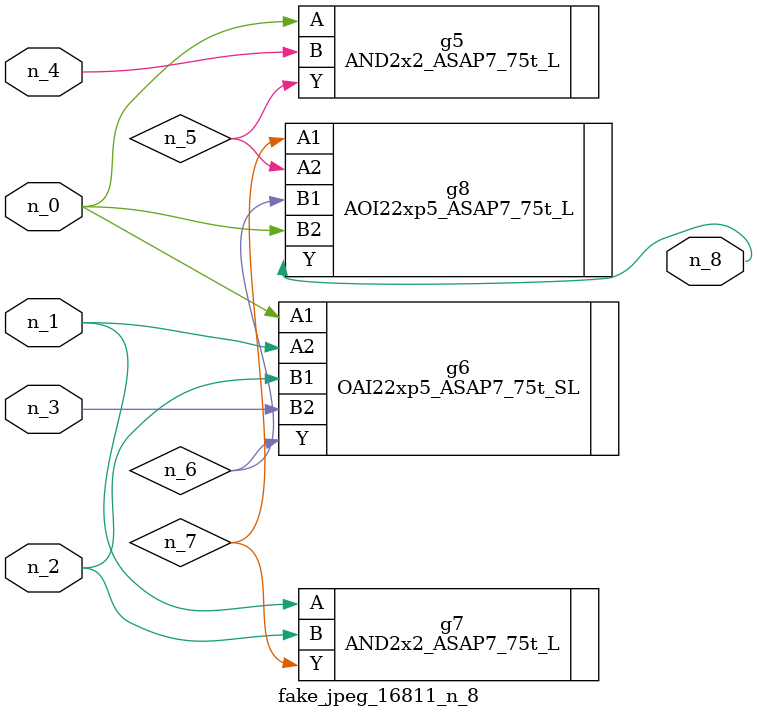
<source format=v>
module fake_jpeg_16811_n_8 (n_3, n_2, n_1, n_0, n_4, n_8);

input n_3;
input n_2;
input n_1;
input n_0;
input n_4;

output n_8;

wire n_6;
wire n_5;
wire n_7;

AND2x2_ASAP7_75t_L g5 ( 
.A(n_0),
.B(n_4),
.Y(n_5)
);

OAI22xp5_ASAP7_75t_SL g6 ( 
.A1(n_0),
.A2(n_1),
.B1(n_2),
.B2(n_3),
.Y(n_6)
);

AND2x2_ASAP7_75t_L g7 ( 
.A(n_1),
.B(n_2),
.Y(n_7)
);

AOI22xp5_ASAP7_75t_L g8 ( 
.A1(n_7),
.A2(n_5),
.B1(n_6),
.B2(n_0),
.Y(n_8)
);


endmodule
</source>
